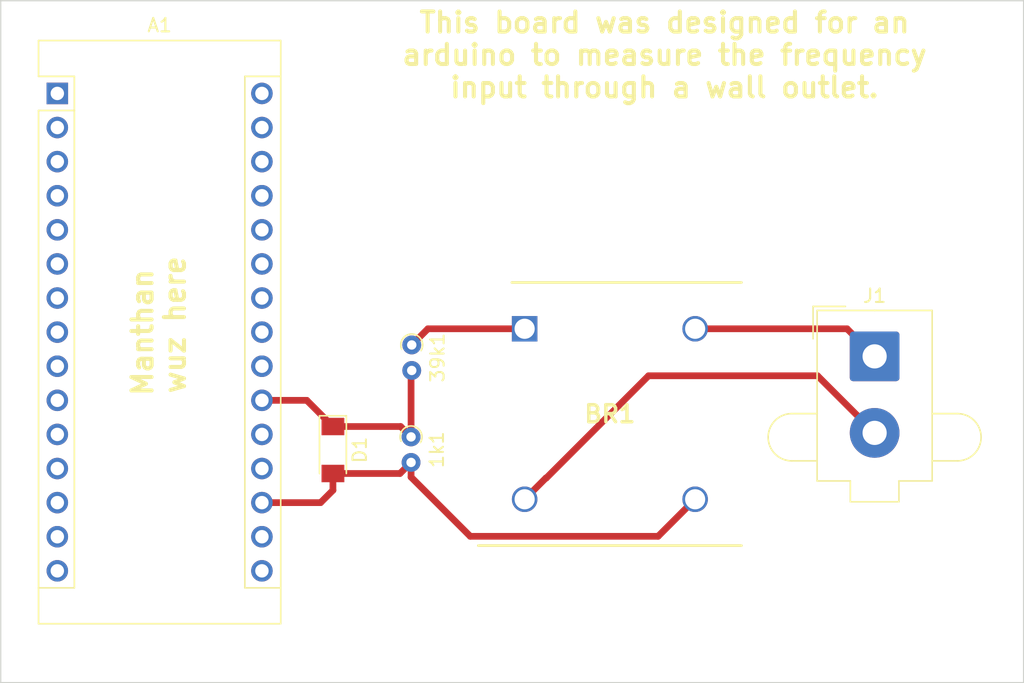
<source format=kicad_pcb>
(kicad_pcb (version 20211014) (generator pcbnew)
  (layers (0 "F.Cu" signal) (31 "B.Cu" signal) (34 "B.Paste" user) (35 "F.Paste" user) (36 "B.SilkS" user "B.Silkscreen") (37 "F.SilkS" user "F.Silkscreen") (38 "B.Mask" user) (39 "F.Mask" user) (44 "Edge.Cuts" user))
  (net 0 "")
  (net 1 "/3.3AV")
  (net 2 "/AGND")
  (net 3 "/120AV")
  (net 32 "/AC_In1")
  (net 33 "/AC_In2")
  (footprint "Connector_Molex:Molex_Mega-Fit_76829-0002_2x01_P5.70mm_Vertical" (layer "F.Cu") (at 187.02 87.455)
    (fp_text reference "J1" (at 0 -4.51) (layer "F.SilkS"))
    (fp_text value "Conn_01x02_Male")
    (fp_line (start 6.17 7.785) (end 4.285 7.785) (layer "F.SilkS") (width 0.12))
    (fp_line (start 4.285 9.28) (end 1.81 9.28) (layer "F.SilkS") (width 0.12))
    (fp_line (start -4.585 -3.72) (end -2.175 -3.72) (layer "F.SilkS") (width 0.12))
    (fp_line (start -6.17 7.785) (end -4.285 7.785) (layer "F.SilkS") (width 0.12))
    (fp_line (start -1.81 9.28) (end -1.81 10.83) (layer "F.SilkS") (width 0.12))
    (fp_line (start -4.285 9.28) (end -1.81 9.28) (layer "F.SilkS") (width 0.12))
    (fp_line (start 0 -3.42) (end 4.285 -3.42) (layer "F.SilkS") (width 0.12))
    (fp_line (start -6.17 4.265) (end -4.285 4.265) (layer "F.SilkS") (width 0.12))
    (fp_line (start 1.81 9.28) (end 1.81 10.83) (layer "F.SilkS") (width 0.12))
    (fp_line (start -4.285 -3.42) (end -4.285 9.28) (layer "F.SilkS") (width 0.12))
    (fp_line (start -4.585 -1.31) (end -4.585 -3.72) (layer "F.SilkS") (width 0.12))
    (fp_line (start 6.17 4.265) (end 4.285 4.265) (layer "F.SilkS") (width 0.12))
    (fp_line (start 1.81 10.83) (end 0 10.83) (layer "F.SilkS") (width 0.12))
    (fp_line (start -1.81 10.83) (end 0 10.83) (layer "F.SilkS") (width 0.12))
    (fp_line (start 0 -3.42) (end -4.285 -3.42) (layer "F.SilkS") (width 0.12))
    (fp_line (start 4.285 -3.42) (end 4.285 9.28) (layer "F.SilkS") (width 0.12))
    (fp_arc (start 6.17 4.265) (mid 7.93 6.025) (end 6.17 7.785) (layer "F.SilkS") (width 0.12))
    (fp_arc (start -6.17 7.785) (mid -7.93 6.025) (end -6.17 4.265) (layer "F.SilkS") (width 0.12))
    (pad "" np_thru_hole circle locked (at -6.17 6.025) (size 3 3) (drill 3) (layers *.Cu *.Mask))
    (pad "" np_thru_hole circle locked (at 6.17 6.025) (size 3 3) (drill 3) (layers *.Cu *.Mask))
    (pad "1" thru_hole roundrect locked (at 0 0) (size 3.7 3.7) (drill 1.8) (layers *.Cu *.Mask) (roundrect_rratio 0.067568) (net 33 "/AC_In2"))
    (pad "2" thru_hole circle locked (at 0 5.7) (size 3.7 3.7) (drill 1.8) (layers *.Cu *.Mask) (net 32 "/AC_In1"))
  )
  (footprint "Diode_SMD:D_MiniMELF" (layer "F.Cu") (at 146.67 94.43 -90)
    (fp_text reference "D1" (at 0 -2 90) (layer "F.SilkS"))
    (fp_text value "BZV55B3V3")
    (fp_line (start -2.55 1) (end 1.75 1) (layer "F.SilkS") (width 0.12))
    (fp_line (start 1.75 -1) (end -2.55 -1) (layer "F.SilkS") (width 0.12))
    (fp_line (start -2.55 -1) (end -2.55 1) (layer "F.SilkS") (width 0.12))
    (pad "1" smd rect locked (at -1.75 0 270) (size 1.3 1.7) (layers "F.Cu" "F.Paste" "F.Mask") (net 1 "/3.3AV"))
    (pad "2" smd rect locked (at 1.75 0 270) (size 1.3 1.7) (layers "F.Cu" "F.Paste" "F.Mask") (net 2 "/AGND"))
  )
  (footprint "HVDBR:DIP1270W130P1270L1905H780Q4N" (layer "F.Cu") (at 167.3 91.75)
    (fp_text reference "BR1" (at 0 0) (layer "F.SilkS") (effects (font (size 1.27 1.27) (thickness 0.254))))
    (fp_text value "MP1010G-G" hide)
    (fp_line (start -7.3 -9.8) (end 9.8 -9.8) (layer "F.SilkS") (width 0.2))
    (fp_line (start -9.8 9.8) (end 9.8 9.8) (layer "F.SilkS") (width 0.2))
    (pad "1" thru_hole rect locked (at -6.35 -6.35) (size 1.9 1.9) (drill 1.5) (layers *.Cu *.Mask) (net 3 "/120AV"))
    (pad "2" thru_hole circle locked (at -6.35 6.35) (size 1.9 1.9) (drill 1.5) (layers *.Cu *.Mask) (net 32 "/AC_In1"))
    (pad "3" thru_hole circle locked (at 6.35 6.35) (size 1.9 1.9) (drill 1.5) (layers *.Cu *.Mask) (net 2 "/AGND"))
    (pad "4" thru_hole circle locked (at 6.35 -6.35) (size 1.9 1.9) (drill 1.5) (layers *.Cu *.Mask) (net 33 "/AC_In2"))
  )
  (footprint "Resistor_THT:R_Axial_DIN0204_L3.6mm_D1.6mm_P1.90mm_Vertical" (layer "F.Cu") (at 152.49 93.455 -90)
    (fp_text reference "1k1" (at 0.95 -1.92 90) (layer "F.SilkS"))
    (fp_text value "R")
    (fp_arc (start 0.320095 0.749359) (mid -0.813042 -0.054435) (end 0.417133 -0.7) (layer "F.SilkS") (width 0.12))
    (pad "1" thru_hole circle locked (at 0 0 270) (size 1.4 1.4) (drill 0.7) (layers *.Cu *.Mask) (net 1 "/3.3AV"))
    (pad "2" thru_hole oval locked (at 1.9 0 270) (size 1.4 1.4) (drill 0.7) (layers *.Cu *.Mask) (net 2 "/AGND"))
  )
  (footprint "Resistor_THT:R_Axial_DIN0204_L3.6mm_D1.6mm_P1.90mm_Vertical" (layer "F.Cu") (at 152.54 86.605 -90)
    (fp_text reference "39k1" (at 0.95 -1.92 90) (layer "F.SilkS"))
    (fp_text value "R")
    (fp_arc (start 0.320095 0.749359) (mid -0.813042 -0.054435) (end 0.417133 -0.7) (layer "F.SilkS") (width 0.12))
    (pad "1" thru_hole circle locked (at 0 0 270) (size 1.4 1.4) (drill 0.7) (layers *.Cu *.Mask) (net 3 "/120AV"))
    (pad "2" thru_hole oval locked (at 1.9 0 270) (size 1.4 1.4) (drill 0.7) (layers *.Cu *.Mask) (net 1 "/3.3AV"))
  )
  (footprint "Module:Arduino_Nano" (layer "F.Cu") (at 126.14 67.87)
    (fp_text reference "A1" (at 7.62 -5.08) (layer "F.SilkS"))
    (fp_text value "Arduino_Nano_v3.x")
    (fp_line (start -1.4 39.5) (end 16.64 39.5) (layer "F.SilkS") (width 0.12))
    (fp_line (start 1.27 -1.27) (end -1.4 -1.27) (layer "F.SilkS") (width 0.12))
    (fp_line (start 13.97 -1.27) (end 16.64 -1.27) (layer "F.SilkS") (width 0.12))
    (fp_line (start 16.64 39.5) (end 16.64 -3.94) (layer "F.SilkS") (width 0.12))
    (fp_line (start -1.4 -3.94) (end -1.4 -1.27) (layer "F.SilkS") (width 0.12))
    (fp_line (start 1.27 1.27) (end 1.27 36.83) (layer "F.SilkS") (width 0.12))
    (fp_line (start 13.97 -1.27) (end 13.97 36.83) (layer "F.SilkS") (width 0.12))
    (fp_line (start 1.27 1.27) (end -1.4 1.27) (layer "F.SilkS") (width 0.12))
    (fp_line (start 1.27 1.27) (end 1.27 -1.27) (layer "F.SilkS") (width 0.12))
    (fp_line (start 16.64 -3.94) (end -1.4 -3.94) (layer "F.SilkS") (width 0.12))
    (fp_line (start 13.97 36.83) (end 16.64 36.83) (layer "F.SilkS") (width 0.12))
    (fp_line (start 1.27 36.83) (end -1.4 36.83) (layer "F.SilkS") (width 0.12))
    (fp_line (start -1.4 1.27) (end -1.4 39.5) (layer "F.SilkS") (width 0.12))
    (pad "1" thru_hole rect locked (at 0 0) (size 1.6 1.6) (drill 1) (layers *.Cu *.Mask))
    (pad "2" thru_hole oval locked (at 0 2.54) (size 1.6 1.6) (drill 1) (layers *.Cu *.Mask))
    (pad "3" thru_hole oval locked (at 0 5.08) (size 1.6 1.6) (drill 1) (layers *.Cu *.Mask))
    (pad "4" thru_hole oval locked (at 0 7.62) (size 1.6 1.6) (drill 1) (layers *.Cu *.Mask))
    (pad "5" thru_hole oval locked (at 0 10.16) (size 1.6 1.6) (drill 1) (layers *.Cu *.Mask))
    (pad "6" thru_hole oval locked (at 0 12.7) (size 1.6 1.6) (drill 1) (layers *.Cu *.Mask))
    (pad "7" thru_hole oval locked (at 0 15.24) (size 1.6 1.6) (drill 1) (layers *.Cu *.Mask))
    (pad "8" thru_hole oval locked (at 0 17.78) (size 1.6 1.6) (drill 1) (layers *.Cu *.Mask))
    (pad "9" thru_hole oval locked (at 0 20.32) (size 1.6 1.6) (drill 1) (layers *.Cu *.Mask))
    (pad "10" thru_hole oval locked (at 0 22.86) (size 1.6 1.6) (drill 1) (layers *.Cu *.Mask))
    (pad "11" thru_hole oval locked (at 0 25.4) (size 1.6 1.6) (drill 1) (layers *.Cu *.Mask))
    (pad "12" thru_hole oval locked (at 0 27.94) (size 1.6 1.6) (drill 1) (layers *.Cu *.Mask))
    (pad "13" thru_hole oval locked (at 0 30.48) (size 1.6 1.6) (drill 1) (layers *.Cu *.Mask))
    (pad "14" thru_hole oval locked (at 0 33.02) (size 1.6 1.6) (drill 1) (layers *.Cu *.Mask))
    (pad "15" thru_hole oval locked (at 0 35.56) (size 1.6 1.6) (drill 1) (layers *.Cu *.Mask))
    (pad "16" thru_hole oval locked (at 15.24 35.56) (size 1.6 1.6) (drill 1) (layers *.Cu *.Mask))
    (pad "17" thru_hole oval locked (at 15.24 33.02) (size 1.6 1.6) (drill 1) (layers *.Cu *.Mask))
    (pad "18" thru_hole oval locked (at 15.24 30.48) (size 1.6 1.6) (drill 1) (layers *.Cu *.Mask) (net 2 "/AGND"))
    (pad "19" thru_hole oval locked (at 15.24 27.94) (size 1.6 1.6) (drill 1) (layers *.Cu *.Mask))
    (pad "20" thru_hole oval locked (at 15.24 25.4) (size 1.6 1.6) (drill 1) (layers *.Cu *.Mask))
    (pad "21" thru_hole oval locked (at 15.24 22.86) (size 1.6 1.6) (drill 1) (layers *.Cu *.Mask) (net 1 "/3.3AV"))
    (pad "22" thru_hole oval locked (at 15.24 20.32) (size 1.6 1.6) (drill 1) (layers *.Cu *.Mask))
    (pad "23" thru_hole oval locked (at 15.24 17.78) (size 1.6 1.6) (drill 1) (layers *.Cu *.Mask))
    (pad "24" thru_hole oval locked (at 15.24 15.24) (size 1.6 1.6) (drill 1) (layers *.Cu *.Mask))
    (pad "25" thru_hole oval locked (at 15.24 12.7) (size 1.6 1.6) (drill 1) (layers *.Cu *.Mask))
    (pad "26" thru_hole oval locked (at 15.24 10.16) (size 1.6 1.6) (drill 1) (layers *.Cu *.Mask))
    (pad "27" thru_hole oval locked (at 15.24 7.62) (size 1.6 1.6) (drill 1) (layers *.Cu *.Mask))
    (pad "28" thru_hole oval locked (at 15.24 5.08) (size 1.6 1.6) (drill 1) (layers *.Cu *.Mask))
    (pad "29" thru_hole oval locked (at 15.24 2.54) (size 1.6 1.6) (drill 1) (layers *.Cu *.Mask))
    (pad "30" thru_hole oval locked (at 15.24 0) (size 1.6 1.6) (drill 1) (layers *.Cu *.Mask))
  )
  (gr_line (start 121.92 111.76) (end 121.92 60.96) (layer "Edge.Cuts") (width 0.1))
  (gr_line (start 198.12 111.76) (end 121.92 111.76) (layer "Edge.Cuts") (width 0.1))
  (gr_line (start 121.92 60.96) (end 198.12 60.96) (layer "Edge.Cuts") (width 0.1))
  (gr_line (start 198.12 60.96) (end 198.12 111.76) (layer "Edge.Cuts") (width 0.1))
  (gr_text "Manthan \nwuz here" (at 133.69 85.1 90) (layer "F.SilkS") (effects (font (size 1.5 1.5) (thickness 0.3))))
  (gr_text "This board was designed for an \narduino to measure the frequency \ninput through a wall outlet. " (at 171.94 65) (layer "F.SilkS") (effects (font (size 1.5 1.5) (thickness 0.3))))
  (segment (start 152.49 88.555) (end 152.54 88.505) (width 0.5) (layer "F.Cu") (net 1))
  (segment (start 146.67 92.68) (end 151.715 92.68) (width 0.5) (layer "F.Cu") (net 1))
  (segment (start 144.72 90.73) (end 146.67 92.68) (width 0.5) (layer "F.Cu") (net 1))
  (segment (start 141.38 90.73) (end 144.72 90.73) (width 0.5) (layer "F.Cu") (net 1))
  (segment (start 151.715 92.68) (end 152.49 93.455) (width 0.5) (layer "F.Cu") (net 1))
  (segment (start 152.49 93.455) (end 152.49 88.555) (width 0.5) (layer "F.Cu") (net 1))
  (segment (start 156.9 100.86) (end 152.49 96.45) (width 0.5) (layer "F.Cu") (net 2))
  (segment (start 173.65 98.1) (end 170.89 100.86) (width 0.5) (layer "F.Cu") (net 2))
  (segment (start 146.67 97.43) (end 145.75 98.35) (width 0.5) (layer "F.Cu") (net 2))
  (segment (start 145.75 98.35) (end 141.38 98.35) (width 0.5) (layer "F.Cu") (net 2))
  (segment (start 146.67 96.18) (end 146.67 97.43) (width 0.5) (layer "F.Cu") (net 2))
  (segment (start 146.67 96.18) (end 151.665 96.18) (width 0.5) (layer "F.Cu") (net 2))
  (segment (start 151.665 96.18) (end 152.49 95.355) (width 0.5) (layer "F.Cu") (net 2))
  (segment (start 152.49 96.45) (end 152.49 95.355) (width 0.5) (layer "F.Cu") (net 2))
  (segment (start 170.89 100.86) (end 156.9 100.86) (width 0.5) (layer "F.Cu") (net 2))
  (segment (start 153.745 85.4) (end 152.54 86.605) (width 0.5) (layer "F.Cu") (net 3))
  (segment (start 160.95 85.4) (end 153.745 85.4) (width 0.5) (layer "F.Cu") (net 3))
  (segment (start 162.56 96.52) (end 162.53 96.52) (width 0.5) (layer "F.Cu") (net 32))
  (segment (start 187.02 93.155) (end 182.765 88.9) (width 0.5) (layer "F.Cu") (net 32))
  (segment (start 182.765 88.9) (end 170.18 88.9) (width 0.5) (layer "F.Cu") (net 32))
  (segment (start 162.53 96.52) (end 160.95 98.1) (width 0.5) (layer "F.Cu") (net 32))
  (segment (start 170.18 88.9) (end 162.56 96.52) (width 0.5) (layer "F.Cu") (net 32))
  (segment (start 184.965 85.4) (end 173.65 85.4) (width 0.5) (layer "F.Cu") (net 33))
  (segment (start 187.02 87.455) (end 184.965 85.4) (width 0.5) (layer "F.Cu") (net 33))
)
</source>
